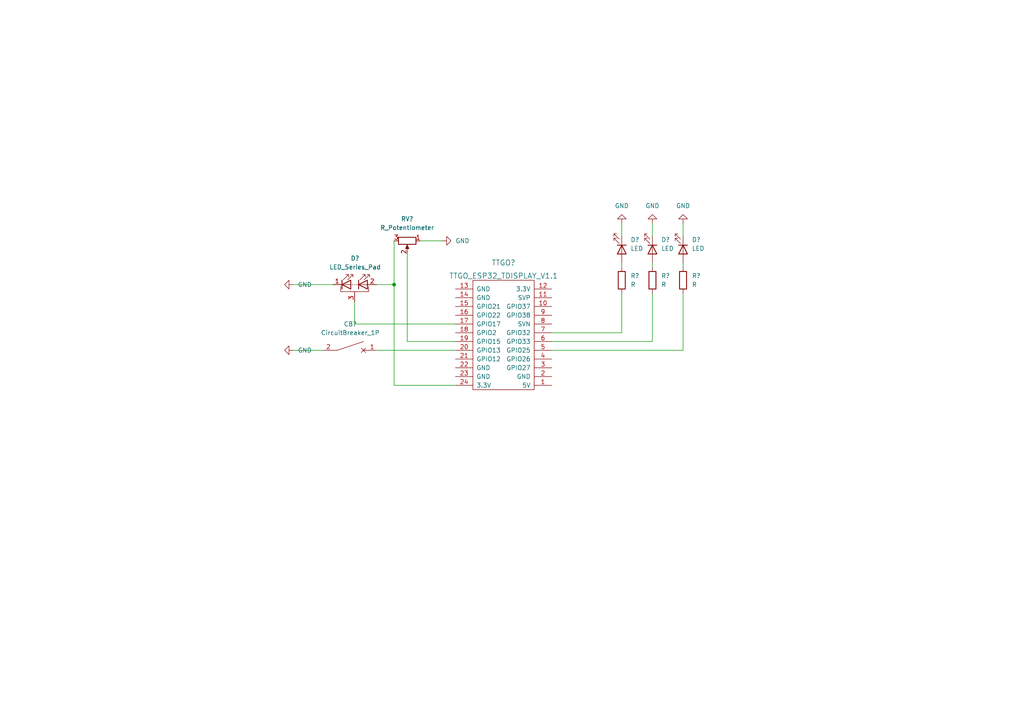
<source format=kicad_sch>
(kicad_sch (version 20211123) (generator eeschema)
  (paper "A4")
  (lib_symbols
    (symbol "Device:CircuitBreaker_1P"
      (property "Reference" "CB" (at 1.905 0 0))
      (property "Value" "CircuitBreaker_1P" (at 1.905 1.905 0))
      (symbol "CircuitBreaker_1P_0_1"
        (polyline (pts (xy 0 -5.08) (xy 0 -3.81)))
        (polyline (pts (xy 0 -3.81) (xy -2.54 3.81)))
      )
      (symbol "CircuitBreaker_1P_1_1"
        (polyline (pts (xy -0.635 4.445) (xy 0.635 3.175)))
        (polyline (pts (xy 0 5.08) (xy 0 3.81)))
        (polyline (pts (xy 0.635 4.445) (xy -0.635 3.175)))
        (pin passive line (at 0 7.62 270) (length 2.54) (name "~") (number "1"))
        (pin passive line (at 0 -7.62 90) (length 2.54) (name "~") (number "2"))
      )
    )
    (symbol "Device:LED" (pin_numbers hide) (pin_names (offset 1.016) hide)
      (property "Reference" "D" (at 0 2.54 0))
      (property "Value" "LED" (at 0 -2.54 0))
      (symbol "LED_0_1"
        (polyline (pts (xy -1.27 -1.27) (xy -1.27 1.27)) (stroke (width 0.254)))
        (polyline (pts (xy -1.27 0) (xy 1.27 0)))
        (polyline (pts (xy 1.27 -1.27) (xy 1.27 1.27) (xy -1.27 0) (xy 1.27 -1.27)) (stroke (width 0.254)))
        (polyline (pts (xy -3.048 -0.762) (xy -4.572 -2.286) (xy -3.81 -2.286) (xy -4.572 -2.286) (xy -4.572 -1.524)))
        (polyline (pts (xy -1.778 -0.762) (xy -3.302 -2.286) (xy -2.54 -2.286) (xy -3.302 -2.286) (xy -3.302 -1.524)))
      )
      (symbol "LED_1_1"
        (pin passive line (at -3.81 0 0) (length 2.54) (name "K") (number "1"))
        (pin passive line (at 3.81 0 180) (length 2.54) (name "A") (number "2"))
      )
    )
    (symbol "Device:LED_Series_Pad" (pin_names (offset 1.016) hide)
      (property "Reference" "D" (at 0 5.715 0))
      (property "Value" "LED_Series_Pad" (at 0 3.81 0))
      (symbol "LED_Series_Pad_0_1"
        (polyline (pts (xy -3.81 0) (xy -1.016 0)))
        (polyline (pts (xy -3.683 -1.27) (xy -3.683 1.27)) (stroke (width 0.254)))
        (polyline (pts (xy -0.508 0) (xy -0.762 0)))
        (polyline (pts (xy 0 -2.54) (xy 0 -2.032)))
        (polyline (pts (xy 0.127 0) (xy -0.127 0)))
        (polyline (pts (xy 0.508 0) (xy 0.762 0)))
        (polyline (pts (xy 1.016 0) (xy 3.81 0)))
        (polyline (pts (xy 1.143 -1.27) (xy 1.143 1.27)) (stroke (width 0.254)))
        (polyline (pts (xy -4.064 -0.508) (xy -4.064 -2.032) (xy 4.064 -2.032) (xy 4.064 -0.508)))
        (polyline (pts (xy -1.143 -1.27) (xy -1.143 1.27) (xy -3.683 0) (xy -1.143 -1.27)) (stroke (width 0.254)))
        (polyline (pts (xy 3.683 -1.27) (xy 3.683 1.27) (xy 1.143 0) (xy 3.683 -1.27)) (stroke (width 0.254)))
        (polyline (pts (xy -3.302 1.397) (xy -1.778 2.921) (xy -2.54 2.921) (xy -1.778 2.921) (xy -1.778 2.159)))
        (polyline (pts (xy -2.032 1.397) (xy -0.508 2.921) (xy -1.27 2.921) (xy -0.508 2.921) (xy -0.508 2.159)))
        (polyline (pts (xy 1.524 1.397) (xy 3.048 2.921) (xy 2.286 2.921) (xy 3.048 2.921) (xy 3.048 2.159)))
        (polyline (pts (xy 2.794 1.397) (xy 4.318 2.921) (xy 3.556 2.921) (xy 4.318 2.921) (xy 4.318 2.159)))
      )
      (symbol "LED_Series_Pad_1_1"
        (pin passive line (at -6.35 0 0) (length 2.54) (name "K") (number "1"))
        (pin passive line (at 6.35 0 180) (length 2.54) (name "A") (number "2"))
        (pin passive line (at 0 -5.08 90) (length 2.54) (name "PAD") (number "3"))
      )
    )
    (symbol "Device:R" (pin_numbers hide) (pin_names (offset 0))
      (property "Reference" "R" (at 2.032 0 90))
      (property "Value" "R" (at 0 0 90))
      (symbol "R_0_1"
        (rectangle (start -1.016 -2.54) (end 1.016 2.54) (stroke (width 0.254)))
      )
      (symbol "R_1_1"
        (pin passive line (at 0 3.81 270) (length 1.27) (name "~") (number "1"))
        (pin passive line (at 0 -3.81 90) (length 1.27) (name "~") (number "2"))
      )
    )
    (symbol "Device:R_Potentiometer" (pin_names (offset 1.016) hide)
      (property "Reference" "RV" (at -4.445 0 90))
      (property "Value" "R_Potentiometer" (at -2.54 0 90))
      (symbol "R_Potentiometer_0_1"
        (polyline (pts (xy 2.54 0) (xy 1.524 0)))
        (polyline (pts (xy 1.143 0) (xy 2.286 0.508) (xy 2.286 -0.508) (xy 1.143 0)) (fill (type outline)))
        (rectangle (start 1.016 2.54) (end -1.016 -2.54) (stroke (width 0.254)))
      )
      (symbol "R_Potentiometer_1_1"
        (pin passive line (at 0 3.81 270) (length 1.27) (name "1") (number "1"))
        (pin passive line (at 3.81 0 180) (length 1.27) (name "2") (number "2"))
        (pin passive line (at 0 -3.81 90) (length 1.27) (name "3") (number "3"))
      )
    )
    (symbol "TTGO:TTGO_ESP32_TDISPLAY_V1.1" (pin_names (offset 1.016))
      (property "Reference" "TTGO" (at 8.89 34.29 0))
      (property "Value" "TTGO_ESP32_TDISPLAY_V1.1" (at 8.89 -2.54 0))
      (symbol "TTGO_ESP32_TDISPLAY_V1.1_0_1"
        (rectangle (start 0 0) (end 17.78 31.75))
      )
      (symbol "TTGO_ESP32_TDISPLAY_V1.1_1_1"
        (pin unspecified line (at 22.86 1.27 180) (length 5.08) (name "5V") (number "1"))
        (pin unspecified line (at 22.86 24.13 180) (length 5.08) (name "GPIO37") (number "10"))
        (pin unspecified line (at 22.86 26.67 180) (length 5.08) (name "SVP") (number "11"))
        (pin unspecified line (at 22.86 29.21 180) (length 5.08) (name "3.3V") (number "12"))
        (pin unspecified line (at -5.08 29.21 0) (length 5.08) (name "GND") (number "13"))
        (pin unspecified line (at -5.08 26.67 0) (length 5.08) (name "GND") (number "14"))
        (pin unspecified line (at -5.08 24.13 0) (length 5.08) (name "GPIO21") (number "15"))
        (pin unspecified line (at -5.08 21.59 0) (length 5.08) (name "GPIO22") (number "16"))
        (pin unspecified line (at -5.08 19.05 0) (length 5.08) (name "GPIO17") (number "17"))
        (pin unspecified line (at -5.08 16.51 0) (length 5.08) (name "GPIO2") (number "18"))
        (pin unspecified line (at -5.08 13.97 0) (length 5.08) (name "GPIO15") (number "19"))
        (pin unspecified line (at 22.86 3.81 180) (length 5.08) (name "GND") (number "2"))
        (pin unspecified line (at -5.08 11.43 0) (length 5.08) (name "GPIO13") (number "20"))
        (pin unspecified line (at -5.08 8.89 0) (length 5.08) (name "GPIO12") (number "21"))
        (pin unspecified line (at -5.08 6.35 0) (length 5.08) (name "GND") (number "22"))
        (pin unspecified line (at -5.08 3.81 0) (length 5.08) (name "GND") (number "23"))
        (pin unspecified line (at -5.08 1.27 0) (length 5.08) (name "3.3V") (number "24"))
        (pin unspecified line (at 22.86 6.35 180) (length 5.08) (name "GPIO27") (number "3"))
        (pin unspecified line (at 22.86 8.89 180) (length 5.08) (name "GPIO26") (number "4"))
        (pin unspecified line (at 22.86 11.43 180) (length 5.08) (name "GPIO25") (number "5"))
        (pin unspecified line (at 22.86 13.97 180) (length 5.08) (name "GPIO33") (number "6"))
        (pin unspecified line (at 22.86 16.51 180) (length 5.08) (name "GPIO32") (number "7"))
        (pin unspecified line (at 22.86 19.05 180) (length 5.08) (name "SVN") (number "8"))
        (pin unspecified line (at 22.86 21.59 180) (length 5.08) (name "GPIO38") (number "9"))
      )
    )
    (symbol "power:GND" (power) (pin_names (offset 0))
      (property "Value" "GND" (at 0 -3.81 0))
      (symbol "GND_0_1"
        (polyline (pts (xy 0 0) (xy 0 -1.27) (xy 1.27 -1.27) (xy 0 -2.54) (xy -1.27 -1.27) (xy 0 -1.27)))
      )
      (symbol "GND_1_1"
        (pin power_in line (at 0 0 270) (length 0) hide (name "GND") (number "1"))
      )
    )
  )
  (junction (at 114.3 82.55))
  (wire (pts (xy 198.12 101.6) (xy 198.12 85.09)))
  (wire (pts (xy 180.34 64.77) (xy 180.34 68.58)))
  (wire (pts (xy 118.11 99.06) (xy 118.11 73.66)))
  (wire (pts (xy 198.12 64.77) (xy 198.12 68.58)))
  (wire (pts (xy 198.12 76.2) (xy 198.12 77.47)))
  (wire (pts (xy 180.34 96.52) (xy 180.34 85.09)))
  (wire (pts (xy 85.09 101.6) (xy 93.98 101.6)))
  (wire (pts (xy 85.09 82.55) (xy 96.52 82.55)))
  (wire (pts (xy 109.22 82.55) (xy 114.3 82.55)))
  (wire (pts (xy 160.02 101.6) (xy 198.12 101.6)))
  (wire (pts (xy 189.23 76.2) (xy 189.23 77.47)))
  (wire (pts (xy 114.3 82.55) (xy 114.3 69.85)))
  (wire (pts (xy 109.22 101.6) (xy 132.08 101.6)))
  (wire (pts (xy 189.23 99.06) (xy 189.23 85.09)))
  (wire (pts (xy 102.87 87.63) (xy 102.87 93.98)))
  (wire (pts (xy 114.3 111.76) (xy 114.3 82.55)))
  (wire (pts (xy 132.08 111.76) (xy 114.3 111.76)))
  (wire (pts (xy 160.02 99.06) (xy 189.23 99.06)))
  (wire (pts (xy 180.34 76.2) (xy 180.34 77.47)))
  (wire (pts (xy 160.02 96.52) (xy 180.34 96.52)))
  (wire (pts (xy 121.92 69.85) (xy 128.27 69.85)))
  (wire (pts (xy 132.08 99.06) (xy 118.11 99.06)))
  (wire (pts (xy 189.23 64.77) (xy 189.23 68.58)))
  (wire (pts (xy 102.87 93.98) (xy 132.08 93.98)))
  (symbol (lib_id "Device:CircuitBreaker_1P") (at 101.6 101.6 270) (unit 1)
    (property "Reference" "CB?" (at 101.6 93.98 90))
    (property "Value" "CircuitBreaker_1P" (at 101.6 96.52 90))
  )
  (symbol (lib_id "Device:LED") (at 198.12 72.39 270) (unit 1)
    (property "Reference" "D?" (at 200.66 69.5324 90) (effects (justify left)))
    (property "Value" "LED" (at 200.66 72.0724 90) (effects (justify left)))
  )
  (symbol (lib_id "power:GND") (at 128.27 69.85 90) (unit 1)
    (property "Reference" "#PWR?" (effects hide))
    (property "Value" "GND" (at 132.08 69.8499 90) (effects (justify right)))
  )
  (symbol (lib_id "Device:R_Potentiometer") (at 118.11 69.85 270) (unit 1)
    (property "Reference" "RV?" (at 118.11 63.5 90))
    (property "Value" "R_Potentiometer" (at 118.11 66.04 90))
  )
  (symbol (lib_id "power:GND") (at 85.09 101.6 270) (unit 1)
    (property "Reference" "#PWR?" (effects hide))
    (property "Value" "GND" (at 86.36 101.5999 90) (effects (justify left)))
  )
  (symbol (lib_id "Device:R") (at 180.34 81.28 0) (unit 1)
    (property "Reference" "R?" (at 182.88 80.0099 0) (effects (justify left)))
    (property "Value" "R" (at 182.88 82.5499 0) (effects (justify left)))
  )
  (symbol (lib_id "Device:LED_Series_Pad") (at 102.87 82.55 0) (unit 1)
    (property "Reference" "D?" (at 102.997 74.93 0))
    (property "Value" "LED_Series_Pad" (at 102.997 77.47 0))
  )
  (symbol (lib_id "Device:R") (at 198.12 81.28 0) (unit 1)
    (property "Reference" "R?" (at 200.66 80.0099 0) (effects (justify left)))
    (property "Value" "R" (at 200.66 82.5499 0) (effects (justify left)))
  )
  (symbol (lib_id "power:GND") (at 198.12 64.77 180) (unit 1)
    (property "Reference" "#PWR?" (effects hide))
    (property "Value" "GND" (at 198.12 59.69 0))
  )
  (symbol (lib_id "TTGO:TTGO_ESP32_TDISPLAY_V1.1") (at 137.16 113.03 0) (unit 1)
    (property "Reference" "TTGO?" (at 146.05 76.2 0) (effects (font (size 1.524 1.524))))
    (property "Value" "TTGO_ESP32_TDISPLAY_V1.1" (at 146.05 80.01 0) (effects (font (size 1.524 1.524))))
  )
  (symbol (lib_id "power:GND") (at 85.09 82.55 270) (unit 1)
    (property "Reference" "#PWR?" (effects hide))
    (property "Value" "GND" (at 86.36 82.5499 90) (effects (justify left)))
  )
  (symbol (lib_id "Device:LED") (at 189.23 72.39 270) (unit 1)
    (property "Reference" "D?" (at 191.77 69.5324 90) (effects (justify left)))
    (property "Value" "LED" (at 191.77 72.0724 90) (effects (justify left)))
  )
  (symbol (lib_id "power:GND") (at 180.34 64.77 180) (unit 1)
    (property "Reference" "#PWR?" (effects hide))
    (property "Value" "GND" (at 180.34 59.69 0))
  )
  (symbol (lib_id "power:GND") (at 189.23 64.77 180) (unit 1)
    (property "Reference" "#PWR?" (effects hide))
    (property "Value" "GND" (at 189.23 59.69 0))
  )
  (symbol (lib_id "Device:R") (at 189.23 81.28 0) (unit 1)
    (property "Reference" "R?" (at 191.77 80.0099 0) (effects (justify left)))
    (property "Value" "R" (at 191.77 82.5499 0) (effects (justify left)))
  )
  (symbol (lib_id "Device:LED") (at 180.34 72.39 270) (unit 1)
    (property "Reference" "D?" (at 182.88 69.5324 90) (effects (justify left)))
    (property "Value" "LED" (at 182.88 72.0724 90) (effects (justify left)))
  )
)
</source>
